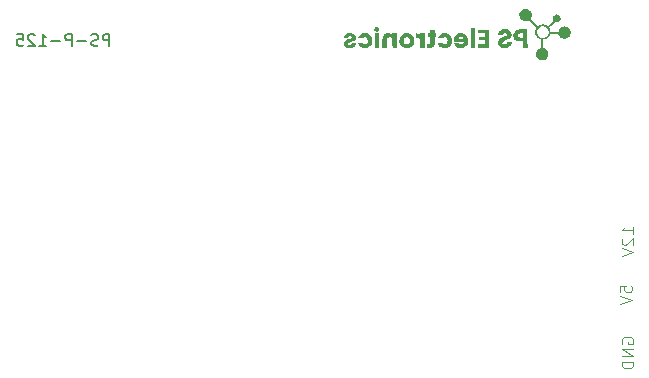
<source format=gbr>
%TF.GenerationSoftware,KiCad,Pcbnew,8.0.7*%
%TF.CreationDate,2025-08-08T15:29:20+05:30*%
%TF.ProjectId,power board_v1,706f7765-7220-4626-9f61-72645f76312e,rev?*%
%TF.SameCoordinates,Original*%
%TF.FileFunction,Legend,Bot*%
%TF.FilePolarity,Positive*%
%FSLAX46Y46*%
G04 Gerber Fmt 4.6, Leading zero omitted, Abs format (unit mm)*
G04 Created by KiCad (PCBNEW 8.0.7) date 2025-08-08 15:29:20*
%MOMM*%
%LPD*%
G01*
G04 APERTURE LIST*
%ADD10C,0.100000*%
%ADD11C,0.200000*%
%ADD12C,0.000000*%
G04 APERTURE END LIST*
D10*
X94497419Y-59980074D02*
X94497419Y-59503884D01*
X94497419Y-59503884D02*
X94973609Y-59456265D01*
X94973609Y-59456265D02*
X94925990Y-59503884D01*
X94925990Y-59503884D02*
X94878371Y-59599122D01*
X94878371Y-59599122D02*
X94878371Y-59837217D01*
X94878371Y-59837217D02*
X94925990Y-59932455D01*
X94925990Y-59932455D02*
X94973609Y-59980074D01*
X94973609Y-59980074D02*
X95068847Y-60027693D01*
X95068847Y-60027693D02*
X95306942Y-60027693D01*
X95306942Y-60027693D02*
X95402180Y-59980074D01*
X95402180Y-59980074D02*
X95449800Y-59932455D01*
X95449800Y-59932455D02*
X95497419Y-59837217D01*
X95497419Y-59837217D02*
X95497419Y-59599122D01*
X95497419Y-59599122D02*
X95449800Y-59503884D01*
X95449800Y-59503884D02*
X95402180Y-59456265D01*
X94497419Y-60313408D02*
X95497419Y-60646741D01*
X95497419Y-60646741D02*
X94497419Y-60980074D01*
X94695038Y-64377693D02*
X94647419Y-64282455D01*
X94647419Y-64282455D02*
X94647419Y-64139598D01*
X94647419Y-64139598D02*
X94695038Y-63996741D01*
X94695038Y-63996741D02*
X94790276Y-63901503D01*
X94790276Y-63901503D02*
X94885514Y-63853884D01*
X94885514Y-63853884D02*
X95075990Y-63806265D01*
X95075990Y-63806265D02*
X95218847Y-63806265D01*
X95218847Y-63806265D02*
X95409323Y-63853884D01*
X95409323Y-63853884D02*
X95504561Y-63901503D01*
X95504561Y-63901503D02*
X95599800Y-63996741D01*
X95599800Y-63996741D02*
X95647419Y-64139598D01*
X95647419Y-64139598D02*
X95647419Y-64234836D01*
X95647419Y-64234836D02*
X95599800Y-64377693D01*
X95599800Y-64377693D02*
X95552180Y-64425312D01*
X95552180Y-64425312D02*
X95218847Y-64425312D01*
X95218847Y-64425312D02*
X95218847Y-64234836D01*
X95647419Y-64853884D02*
X94647419Y-64853884D01*
X94647419Y-64853884D02*
X95647419Y-65425312D01*
X95647419Y-65425312D02*
X94647419Y-65425312D01*
X95647419Y-65901503D02*
X94647419Y-65901503D01*
X94647419Y-65901503D02*
X94647419Y-66139598D01*
X94647419Y-66139598D02*
X94695038Y-66282455D01*
X94695038Y-66282455D02*
X94790276Y-66377693D01*
X94790276Y-66377693D02*
X94885514Y-66425312D01*
X94885514Y-66425312D02*
X95075990Y-66472931D01*
X95075990Y-66472931D02*
X95218847Y-66472931D01*
X95218847Y-66472931D02*
X95409323Y-66425312D01*
X95409323Y-66425312D02*
X95504561Y-66377693D01*
X95504561Y-66377693D02*
X95599800Y-66282455D01*
X95599800Y-66282455D02*
X95647419Y-66139598D01*
X95647419Y-66139598D02*
X95647419Y-65901503D01*
X95647419Y-55077693D02*
X95647419Y-54506265D01*
X95647419Y-54791979D02*
X94647419Y-54791979D01*
X94647419Y-54791979D02*
X94790276Y-54696741D01*
X94790276Y-54696741D02*
X94885514Y-54601503D01*
X94885514Y-54601503D02*
X94933133Y-54506265D01*
X94742657Y-55458646D02*
X94695038Y-55506265D01*
X94695038Y-55506265D02*
X94647419Y-55601503D01*
X94647419Y-55601503D02*
X94647419Y-55839598D01*
X94647419Y-55839598D02*
X94695038Y-55934836D01*
X94695038Y-55934836D02*
X94742657Y-55982455D01*
X94742657Y-55982455D02*
X94837895Y-56030074D01*
X94837895Y-56030074D02*
X94933133Y-56030074D01*
X94933133Y-56030074D02*
X95075990Y-55982455D01*
X95075990Y-55982455D02*
X95647419Y-55411027D01*
X95647419Y-55411027D02*
X95647419Y-56030074D01*
X94647419Y-56315789D02*
X95647419Y-56649122D01*
X95647419Y-56649122D02*
X94647419Y-56982455D01*
D11*
X51280326Y-39167219D02*
X51280326Y-38167219D01*
X51280326Y-38167219D02*
X50899374Y-38167219D01*
X50899374Y-38167219D02*
X50804136Y-38214838D01*
X50804136Y-38214838D02*
X50756517Y-38262457D01*
X50756517Y-38262457D02*
X50708898Y-38357695D01*
X50708898Y-38357695D02*
X50708898Y-38500552D01*
X50708898Y-38500552D02*
X50756517Y-38595790D01*
X50756517Y-38595790D02*
X50804136Y-38643409D01*
X50804136Y-38643409D02*
X50899374Y-38691028D01*
X50899374Y-38691028D02*
X51280326Y-38691028D01*
X50327945Y-39119600D02*
X50185088Y-39167219D01*
X50185088Y-39167219D02*
X49946993Y-39167219D01*
X49946993Y-39167219D02*
X49851755Y-39119600D01*
X49851755Y-39119600D02*
X49804136Y-39071980D01*
X49804136Y-39071980D02*
X49756517Y-38976742D01*
X49756517Y-38976742D02*
X49756517Y-38881504D01*
X49756517Y-38881504D02*
X49804136Y-38786266D01*
X49804136Y-38786266D02*
X49851755Y-38738647D01*
X49851755Y-38738647D02*
X49946993Y-38691028D01*
X49946993Y-38691028D02*
X50137469Y-38643409D01*
X50137469Y-38643409D02*
X50232707Y-38595790D01*
X50232707Y-38595790D02*
X50280326Y-38548171D01*
X50280326Y-38548171D02*
X50327945Y-38452933D01*
X50327945Y-38452933D02*
X50327945Y-38357695D01*
X50327945Y-38357695D02*
X50280326Y-38262457D01*
X50280326Y-38262457D02*
X50232707Y-38214838D01*
X50232707Y-38214838D02*
X50137469Y-38167219D01*
X50137469Y-38167219D02*
X49899374Y-38167219D01*
X49899374Y-38167219D02*
X49756517Y-38214838D01*
X49327945Y-38786266D02*
X48566041Y-38786266D01*
X48089850Y-39167219D02*
X48089850Y-38167219D01*
X48089850Y-38167219D02*
X47708898Y-38167219D01*
X47708898Y-38167219D02*
X47613660Y-38214838D01*
X47613660Y-38214838D02*
X47566041Y-38262457D01*
X47566041Y-38262457D02*
X47518422Y-38357695D01*
X47518422Y-38357695D02*
X47518422Y-38500552D01*
X47518422Y-38500552D02*
X47566041Y-38595790D01*
X47566041Y-38595790D02*
X47613660Y-38643409D01*
X47613660Y-38643409D02*
X47708898Y-38691028D01*
X47708898Y-38691028D02*
X48089850Y-38691028D01*
X47089850Y-38786266D02*
X46327946Y-38786266D01*
X45327946Y-39167219D02*
X45899374Y-39167219D01*
X45613660Y-39167219D02*
X45613660Y-38167219D01*
X45613660Y-38167219D02*
X45708898Y-38310076D01*
X45708898Y-38310076D02*
X45804136Y-38405314D01*
X45804136Y-38405314D02*
X45899374Y-38452933D01*
X44946993Y-38262457D02*
X44899374Y-38214838D01*
X44899374Y-38214838D02*
X44804136Y-38167219D01*
X44804136Y-38167219D02*
X44566041Y-38167219D01*
X44566041Y-38167219D02*
X44470803Y-38214838D01*
X44470803Y-38214838D02*
X44423184Y-38262457D01*
X44423184Y-38262457D02*
X44375565Y-38357695D01*
X44375565Y-38357695D02*
X44375565Y-38452933D01*
X44375565Y-38452933D02*
X44423184Y-38595790D01*
X44423184Y-38595790D02*
X44994612Y-39167219D01*
X44994612Y-39167219D02*
X44375565Y-39167219D01*
X43470803Y-38167219D02*
X43946993Y-38167219D01*
X43946993Y-38167219D02*
X43994612Y-38643409D01*
X43994612Y-38643409D02*
X43946993Y-38595790D01*
X43946993Y-38595790D02*
X43851755Y-38548171D01*
X43851755Y-38548171D02*
X43613660Y-38548171D01*
X43613660Y-38548171D02*
X43518422Y-38595790D01*
X43518422Y-38595790D02*
X43470803Y-38643409D01*
X43470803Y-38643409D02*
X43423184Y-38738647D01*
X43423184Y-38738647D02*
X43423184Y-38976742D01*
X43423184Y-38976742D02*
X43470803Y-39071980D01*
X43470803Y-39071980D02*
X43518422Y-39119600D01*
X43518422Y-39119600D02*
X43613660Y-39167219D01*
X43613660Y-39167219D02*
X43851755Y-39167219D01*
X43851755Y-39167219D02*
X43946993Y-39119600D01*
X43946993Y-39119600D02*
X43994612Y-39071980D01*
D12*
%TO.C,G\u002A\u002A\u002A*%
G36*
X74089307Y-38719717D02*
G01*
X74089307Y-39333928D01*
X73909768Y-39333928D01*
X73730229Y-39333928D01*
X73730229Y-38719717D01*
X73730229Y-38105506D01*
X73909768Y-38105506D01*
X74089307Y-38105506D01*
X74089307Y-38719717D01*
G37*
G36*
X82234693Y-38511830D02*
G01*
X82234693Y-39333928D01*
X82055155Y-39333928D01*
X81875616Y-39333928D01*
X81875616Y-38511830D01*
X81875616Y-37689732D01*
X82055155Y-37689732D01*
X82234693Y-37689732D01*
X82234693Y-38511830D01*
G37*
G36*
X74005367Y-37575353D02*
G01*
X74076605Y-37622227D01*
X74102127Y-37649818D01*
X74121948Y-37693344D01*
X74127104Y-37756429D01*
X74124550Y-37804557D01*
X74108730Y-37853718D01*
X74071862Y-37899072D01*
X74055995Y-37914268D01*
X74019369Y-37939965D01*
X73975561Y-37951590D01*
X73909355Y-37954315D01*
X73871435Y-37953760D01*
X73820199Y-37947531D01*
X73783798Y-37929958D01*
X73747261Y-37895620D01*
X73703716Y-37830111D01*
X73689846Y-37761028D01*
X73703500Y-37695755D01*
X73739557Y-37638544D01*
X73792894Y-37593646D01*
X73858390Y-37565314D01*
X73930921Y-37557799D01*
X74005367Y-37575353D01*
G37*
G36*
X83425318Y-38559077D02*
G01*
X83425318Y-39333928D01*
X82952848Y-39333928D01*
X82480378Y-39333928D01*
X82480378Y-39182738D01*
X82480378Y-39031547D01*
X82773310Y-39031547D01*
X83066241Y-39031547D01*
X83066241Y-38861458D01*
X83066241Y-38691369D01*
X82811107Y-38691369D01*
X82555973Y-38691369D01*
X82555973Y-38550176D01*
X82555973Y-38408984D01*
X82806382Y-38403710D01*
X83056792Y-38398437D01*
X83056792Y-38237797D01*
X83056792Y-38077157D01*
X82768585Y-38071940D01*
X82480378Y-38066723D01*
X82480378Y-37925475D01*
X82480378Y-37784226D01*
X82952848Y-37784226D01*
X83425318Y-37784226D01*
X83425318Y-38559077D01*
G37*
G36*
X77259582Y-38087022D02*
G01*
X77305756Y-38093203D01*
X77388231Y-38123230D01*
X77471064Y-38171890D01*
X77540593Y-38232126D01*
X77604485Y-38301880D01*
X77604485Y-38203693D01*
X77604485Y-38105506D01*
X77784024Y-38105506D01*
X77963563Y-38105506D01*
X77963563Y-38719717D01*
X77963563Y-39333928D01*
X77784024Y-39333928D01*
X77604485Y-39333928D01*
X77603418Y-39017373D01*
X77603319Y-38997160D01*
X77601011Y-38868561D01*
X77596107Y-38762104D01*
X77588927Y-38682996D01*
X77579795Y-38636442D01*
X77561137Y-38595101D01*
X77510742Y-38538313D01*
X77435299Y-38503153D01*
X77330249Y-38486888D01*
X77207610Y-38479079D01*
X77207610Y-38282843D01*
X77207610Y-38086607D01*
X77259582Y-38087022D01*
G37*
G36*
X78817939Y-37949590D02*
G01*
X78823458Y-38096056D01*
X78894329Y-38101922D01*
X78965199Y-38107787D01*
X78965199Y-38257837D01*
X78965199Y-38407887D01*
X78889604Y-38407887D01*
X78814009Y-38407887D01*
X78814009Y-38732649D01*
X78813987Y-38766573D01*
X78813289Y-38879397D01*
X78811131Y-38962878D01*
X78806861Y-39023759D01*
X78799828Y-39068787D01*
X78789381Y-39104706D01*
X78774870Y-39138261D01*
X78731647Y-39204077D01*
X78648800Y-39270948D01*
X78538289Y-39312795D01*
X78485295Y-39321424D01*
X78408278Y-39328578D01*
X78327365Y-39332030D01*
X78190348Y-39333928D01*
X78190348Y-39174231D01*
X78190348Y-39014535D01*
X78298549Y-39008867D01*
X78347004Y-39004857D01*
X78390365Y-38994092D01*
X78420191Y-38971847D01*
X78438785Y-38932871D01*
X78448452Y-38871909D01*
X78451493Y-38783710D01*
X78450215Y-38663020D01*
X78445482Y-38417336D01*
X78327365Y-38411709D01*
X78209247Y-38406083D01*
X78209247Y-38256696D01*
X78209247Y-38107309D01*
X78327365Y-38101683D01*
X78445482Y-38096056D01*
X78451002Y-37949590D01*
X78456522Y-37803125D01*
X78634470Y-37803125D01*
X78812419Y-37803125D01*
X78817939Y-37949590D01*
G37*
G36*
X86671399Y-38554352D02*
G01*
X86676333Y-39333928D01*
X86487641Y-39333928D01*
X86298948Y-39333928D01*
X86293718Y-39055171D01*
X86288488Y-38776413D01*
X86061702Y-38765937D01*
X85969612Y-38760918D01*
X85892377Y-38753842D01*
X85834846Y-38743582D01*
X85787400Y-38728358D01*
X85740423Y-38706386D01*
X85717582Y-38694148D01*
X85633932Y-38638132D01*
X85573526Y-38571935D01*
X85524674Y-38483482D01*
X85506121Y-38430972D01*
X85488107Y-38323594D01*
X85488170Y-38259177D01*
X85870346Y-38259177D01*
X85870375Y-38303317D01*
X85888325Y-38356035D01*
X85921955Y-38411176D01*
X85967525Y-38445804D01*
X85968702Y-38446238D01*
X86013313Y-38455496D01*
X86080940Y-38462078D01*
X86157427Y-38464583D01*
X86297938Y-38464583D01*
X86297938Y-38275595D01*
X86297938Y-38086607D01*
X86151472Y-38086885D01*
X86093438Y-38088070D01*
X86008466Y-38097381D01*
X85949970Y-38118649D01*
X85910976Y-38155088D01*
X85884514Y-38209910D01*
X85870346Y-38259177D01*
X85488170Y-38259177D01*
X85488220Y-38208682D01*
X85507222Y-38102830D01*
X85525917Y-38056558D01*
X85580855Y-37971752D01*
X85653901Y-37895028D01*
X85733780Y-37839490D01*
X85778078Y-37821247D01*
X85883320Y-37795705D01*
X86022203Y-37778391D01*
X86192613Y-37769531D01*
X86392432Y-37769350D01*
X86666464Y-37774776D01*
X86669634Y-38275595D01*
X86671399Y-38554352D01*
G37*
G36*
X74902554Y-38089280D02*
G01*
X75009603Y-38108699D01*
X75101501Y-38143951D01*
X75167442Y-38191512D01*
X75191748Y-38215730D01*
X75222150Y-38234660D01*
X75237740Y-38220287D01*
X75242134Y-38171651D01*
X75242134Y-38105506D01*
X75421673Y-38105506D01*
X75601211Y-38105506D01*
X75601211Y-38719717D01*
X75601211Y-39333928D01*
X75423041Y-39333928D01*
X75244871Y-39333928D01*
X75238778Y-38941778D01*
X75237681Y-38873449D01*
X75235401Y-38757852D01*
X75232590Y-38671766D01*
X75228638Y-38609610D01*
X75222935Y-38565803D01*
X75214870Y-38534766D01*
X75203832Y-38510918D01*
X75189212Y-38488679D01*
X75148434Y-38446338D01*
X75073674Y-38407935D01*
X74989543Y-38396784D01*
X74906830Y-38413770D01*
X74836322Y-38459775D01*
X74812896Y-38486580D01*
X74790391Y-38524899D01*
X74773904Y-38574263D01*
X74762570Y-38640014D01*
X74755529Y-38727497D01*
X74751916Y-38842053D01*
X74750870Y-38989025D01*
X74750765Y-39333928D01*
X74571226Y-39333928D01*
X74391688Y-39333928D01*
X74391688Y-38901632D01*
X74392267Y-38751409D01*
X74394678Y-38624330D01*
X74399776Y-38524530D01*
X74408415Y-38446610D01*
X74421451Y-38385172D01*
X74439736Y-38334819D01*
X74464126Y-38290152D01*
X74495473Y-38245774D01*
X74542022Y-38197776D01*
X74632062Y-38139833D01*
X74737455Y-38100868D01*
X74845603Y-38086607D01*
X74902554Y-38089280D01*
G37*
G36*
X73114431Y-38109990D02*
G01*
X73226027Y-38153890D01*
X73325232Y-38224015D01*
X73356520Y-38252967D01*
X73428229Y-38337361D01*
X73476620Y-38431112D01*
X73505408Y-38543028D01*
X73518308Y-38681919D01*
X73519481Y-38714109D01*
X73520441Y-38800598D01*
X73515817Y-38865716D01*
X73504186Y-38921940D01*
X73484126Y-38981745D01*
X73481436Y-38988738D01*
X73414184Y-39110073D01*
X73318218Y-39211193D01*
X73199070Y-39287475D01*
X73062274Y-39334294D01*
X72983461Y-39343646D01*
X72878503Y-39343068D01*
X72773707Y-39331882D01*
X72687423Y-39311217D01*
X72665044Y-39302682D01*
X72554426Y-39241257D01*
X72458265Y-39156830D01*
X72384336Y-39057465D01*
X72340411Y-38951227D01*
X72327620Y-38899256D01*
X72522005Y-38899256D01*
X72573003Y-38899313D01*
X72643821Y-38900523D01*
X72689915Y-38904888D01*
X72719801Y-38914439D01*
X72741995Y-38931209D01*
X72765014Y-38957229D01*
X72789031Y-38980678D01*
X72859016Y-39017423D01*
X72937899Y-39027641D01*
X73011507Y-39008389D01*
X73034273Y-38994748D01*
X73095901Y-38931571D01*
X73132366Y-38841986D01*
X73144366Y-38724503D01*
X73140985Y-38650488D01*
X73118044Y-38542100D01*
X73073433Y-38464676D01*
X73007155Y-38418219D01*
X72919211Y-38402732D01*
X72900064Y-38403693D01*
X72829664Y-38422392D01*
X72771087Y-38459331D01*
X72737243Y-38507105D01*
X72730623Y-38519157D01*
X72712620Y-38530002D01*
X72677612Y-38536388D01*
X72618674Y-38539414D01*
X72528881Y-38540178D01*
X72437032Y-38539569D01*
X72374791Y-38535018D01*
X72341671Y-38522429D01*
X72333256Y-38497709D01*
X72345132Y-38456762D01*
X72372883Y-38395493D01*
X72400474Y-38342933D01*
X72481670Y-38236964D01*
X72584707Y-38160363D01*
X72711530Y-38111922D01*
X72864083Y-38090432D01*
X72983502Y-38090303D01*
X73114431Y-38109990D01*
G37*
G36*
X79767115Y-38092972D02*
G01*
X79915610Y-38123345D01*
X80041505Y-38183912D01*
X80145034Y-38274793D01*
X80226431Y-38396106D01*
X80228801Y-38400812D01*
X80261312Y-38494126D01*
X80281595Y-38609327D01*
X80288825Y-38733065D01*
X80282178Y-38851994D01*
X80260827Y-38952763D01*
X80202041Y-39079221D01*
X80112567Y-39188305D01*
X79996299Y-39271367D01*
X79854779Y-39326985D01*
X79809028Y-39337411D01*
X79670617Y-39348358D01*
X79532702Y-39331738D01*
X79403443Y-39289895D01*
X79290998Y-39225171D01*
X79203525Y-39139912D01*
X79202594Y-39138685D01*
X79166017Y-39082845D01*
X79132128Y-39018859D01*
X79107195Y-38959805D01*
X79097491Y-38918761D01*
X79100485Y-38914671D01*
X79132713Y-38906373D01*
X79197140Y-38901102D01*
X79289828Y-38899256D01*
X79338535Y-38899305D01*
X79409497Y-38900484D01*
X79455641Y-38904837D01*
X79485551Y-38914446D01*
X79507813Y-38931395D01*
X79531011Y-38957766D01*
X79548174Y-38976679D01*
X79597326Y-39010438D01*
X79664679Y-39025755D01*
X79740629Y-39022375D01*
X79812560Y-38988161D01*
X79865780Y-38923249D01*
X79898802Y-38829558D01*
X79910140Y-38709006D01*
X79907355Y-38647814D01*
X79884441Y-38542422D01*
X79839143Y-38465631D01*
X79772359Y-38418660D01*
X79684985Y-38402732D01*
X79665838Y-38403693D01*
X79595438Y-38422392D01*
X79536861Y-38459331D01*
X79503017Y-38507105D01*
X79496397Y-38519157D01*
X79478394Y-38530002D01*
X79443386Y-38536388D01*
X79384448Y-38539414D01*
X79294655Y-38540178D01*
X79203653Y-38539576D01*
X79141090Y-38535093D01*
X79107639Y-38522705D01*
X79098859Y-38498387D01*
X79110307Y-38458117D01*
X79137540Y-38397870D01*
X79162947Y-38349131D01*
X79244816Y-38240960D01*
X79349000Y-38162364D01*
X79476884Y-38112477D01*
X79629857Y-38090432D01*
X79767115Y-38092972D01*
G37*
G36*
X77090106Y-38748065D02*
G01*
X77090024Y-38749961D01*
X77075237Y-38890578D01*
X77042327Y-39004763D01*
X76987852Y-39100833D01*
X76908369Y-39187102D01*
X76851834Y-39235627D01*
X76797595Y-39272413D01*
X76737462Y-39299226D01*
X76655814Y-39324569D01*
X76587893Y-39337949D01*
X76472293Y-39344663D01*
X76350788Y-39336940D01*
X76240339Y-39315165D01*
X76208652Y-39303499D01*
X76143884Y-39271646D01*
X76079699Y-39232479D01*
X76035269Y-39199102D01*
X75938270Y-39096767D01*
X75872384Y-38974339D01*
X75837125Y-38830704D01*
X75833440Y-38711198D01*
X76205973Y-38711198D01*
X76218944Y-38817506D01*
X76257163Y-38908272D01*
X76317609Y-38973600D01*
X76348280Y-38992648D01*
X76436357Y-39020678D01*
X76524358Y-39013868D01*
X76605586Y-38973582D01*
X76673342Y-38901185D01*
X76676291Y-38896589D01*
X76704679Y-38823393D01*
X76716696Y-38731465D01*
X76711695Y-38635310D01*
X76689030Y-38549434D01*
X76683335Y-38536986D01*
X76631517Y-38470487D01*
X76559466Y-38426827D01*
X76477004Y-38408456D01*
X76393954Y-38417825D01*
X76320137Y-38457385D01*
X76257833Y-38523271D01*
X76218207Y-38607118D01*
X76205973Y-38711198D01*
X75833440Y-38711198D01*
X75832008Y-38664747D01*
X75838945Y-38593137D01*
X75876163Y-38446812D01*
X75943299Y-38323516D01*
X76040537Y-38222964D01*
X76168061Y-38144872D01*
X76204004Y-38128863D01*
X76253561Y-38111774D01*
X76306970Y-38101826D01*
X76375535Y-38097195D01*
X76470557Y-38096056D01*
X76532864Y-38096448D01*
X76609985Y-38099497D01*
X76666857Y-38107029D01*
X76714314Y-38120760D01*
X76763189Y-38142407D01*
X76789818Y-38156449D01*
X76902031Y-38238179D01*
X76993995Y-38342626D01*
X77057039Y-38460407D01*
X77058598Y-38464570D01*
X77078196Y-38525101D01*
X77088973Y-38583768D01*
X77092439Y-38653709D01*
X77090516Y-38731465D01*
X77090106Y-38748065D01*
G37*
G36*
X81642917Y-38615460D02*
G01*
X81649514Y-38736784D01*
X81642863Y-38852533D01*
X81622138Y-38949403D01*
X81612963Y-38974651D01*
X81544001Y-39102317D01*
X81447379Y-39207705D01*
X81328072Y-39286379D01*
X81191054Y-39333903D01*
X81132897Y-39342168D01*
X81018882Y-39343666D01*
X80900053Y-39330827D01*
X80794708Y-39304986D01*
X80739679Y-39280909D01*
X80642114Y-39215611D01*
X80556406Y-39131440D01*
X80495422Y-39039797D01*
X80480974Y-39008371D01*
X80464631Y-38966136D01*
X80461514Y-38946343D01*
X80470461Y-38944164D01*
X80510406Y-38940668D01*
X80574345Y-38937650D01*
X80653732Y-38935588D01*
X80707965Y-38934949D01*
X80778392Y-38936196D01*
X80824711Y-38941600D01*
X80855609Y-38952490D01*
X80879770Y-38970196D01*
X80916773Y-39000949D01*
X80991393Y-39040954D01*
X81066150Y-39046980D01*
X81148774Y-39020470D01*
X81174646Y-39006360D01*
X81241926Y-38942887D01*
X81281498Y-38853977D01*
X81293851Y-38804762D01*
X80854429Y-38804762D01*
X80415007Y-38804762D01*
X80425440Y-38652547D01*
X80431100Y-38596875D01*
X80795837Y-38596875D01*
X81041812Y-38596875D01*
X81287787Y-38596875D01*
X81268902Y-38542702D01*
X81250556Y-38501335D01*
X81191180Y-38431376D01*
X81105449Y-38388414D01*
X81086688Y-38383654D01*
X80996753Y-38381971D01*
X80915108Y-38412784D01*
X80849611Y-38471706D01*
X80808117Y-38554352D01*
X80795837Y-38596875D01*
X80431100Y-38596875D01*
X80432031Y-38587714D01*
X80466949Y-38442994D01*
X80529722Y-38322077D01*
X80622376Y-38221723D01*
X80746938Y-38138695D01*
X80777109Y-38123872D01*
X80818755Y-38109548D01*
X80869095Y-38101095D01*
X80937820Y-38097077D01*
X81034619Y-38096056D01*
X81114149Y-38096649D01*
X81187511Y-38099878D01*
X81240926Y-38107277D01*
X81284302Y-38120354D01*
X81327551Y-38140616D01*
X81392822Y-38179457D01*
X81504317Y-38276430D01*
X81587938Y-38398437D01*
X81593283Y-38409306D01*
X81623898Y-38501866D01*
X81639805Y-38596875D01*
X81642917Y-38615460D01*
G37*
G36*
X84841053Y-37754934D02*
G01*
X84971454Y-37779048D01*
X85090430Y-37825072D01*
X85191278Y-37892646D01*
X85267290Y-37981409D01*
X85291242Y-38022603D01*
X85312525Y-38073634D01*
X85322299Y-38130040D01*
X85324649Y-38207958D01*
X85323271Y-38256048D01*
X85308096Y-38354692D01*
X85273255Y-38437242D01*
X85215138Y-38507413D01*
X85130134Y-38568918D01*
X85014635Y-38625471D01*
X84865029Y-38680786D01*
X84798181Y-38704377D01*
X84686444Y-38753166D01*
X84610139Y-38802963D01*
X84567683Y-38855386D01*
X84557497Y-38912052D01*
X84578001Y-38974580D01*
X84603740Y-39003596D01*
X84660797Y-39030713D01*
X84730966Y-39040963D01*
X84801544Y-39032959D01*
X84859831Y-39005318D01*
X84861383Y-39004023D01*
X84887110Y-38970866D01*
X84912056Y-38922879D01*
X84937731Y-38861458D01*
X85138403Y-38861458D01*
X85339075Y-38861458D01*
X85328680Y-38938957D01*
X85310101Y-39014231D01*
X85254515Y-39117749D01*
X85169785Y-39207551D01*
X85060821Y-39278831D01*
X84932534Y-39326781D01*
X84902594Y-39333394D01*
X84788682Y-39345586D01*
X84665827Y-39342987D01*
X84548956Y-39326523D01*
X84452994Y-39297115D01*
X84429701Y-39286278D01*
X84315189Y-39212060D01*
X84231701Y-39117569D01*
X84180484Y-39004619D01*
X84162787Y-38875025D01*
X84163814Y-38831603D01*
X84180175Y-38732609D01*
X84220313Y-38651218D01*
X84289217Y-38575611D01*
X84307035Y-38560261D01*
X84341973Y-38534673D01*
X84385356Y-38509471D01*
X84442649Y-38482138D01*
X84519318Y-38450156D01*
X84620830Y-38411008D01*
X84752651Y-38362176D01*
X84780885Y-38351050D01*
X84840052Y-38323154D01*
X84881352Y-38297626D01*
X84898716Y-38278608D01*
X84919788Y-38222762D01*
X84917757Y-38160200D01*
X84891723Y-38107436D01*
X84845476Y-38074687D01*
X84778395Y-38061079D01*
X84709030Y-38072584D01*
X84649089Y-38106936D01*
X84610283Y-38161871D01*
X84588758Y-38218898D01*
X84385014Y-38218898D01*
X84181271Y-38218898D01*
X84181271Y-38171044D01*
X84182064Y-38155363D01*
X84201020Y-38078967D01*
X84239753Y-37998127D01*
X84290942Y-37929006D01*
X84339315Y-37884774D01*
X84448359Y-37817650D01*
X84572800Y-37773875D01*
X84705933Y-37753090D01*
X84841053Y-37754934D01*
G37*
G36*
X71736908Y-38096895D02*
G01*
X71803659Y-38100459D01*
X71852125Y-38108329D01*
X71892043Y-38122083D01*
X71933153Y-38143303D01*
X72000809Y-38189099D01*
X72080142Y-38273516D01*
X72126992Y-38370558D01*
X72139588Y-38475946D01*
X72116159Y-38585401D01*
X72085788Y-38644395D01*
X72035801Y-38698818D01*
X71963520Y-38745226D01*
X71863787Y-38786855D01*
X71731450Y-38826942D01*
X71664492Y-38845977D01*
X71564872Y-38880917D01*
X71500341Y-38915431D01*
X71469187Y-38951031D01*
X71469701Y-38989232D01*
X71500170Y-39031547D01*
X71502130Y-39033447D01*
X71551246Y-39059911D01*
X71614401Y-39068111D01*
X71681352Y-39060336D01*
X71741856Y-39038873D01*
X71785670Y-39006009D01*
X71802551Y-38964030D01*
X71803029Y-38960122D01*
X71814693Y-38948779D01*
X71846406Y-38941709D01*
X71904070Y-38938078D01*
X71993588Y-38937053D01*
X72184624Y-38937053D01*
X72172165Y-38989025D01*
X72154872Y-39041797D01*
X72095375Y-39141509D01*
X72008669Y-39227208D01*
X71901610Y-39292872D01*
X71781054Y-39332480D01*
X71698099Y-39345348D01*
X71567271Y-39347375D01*
X71434007Y-39323680D01*
X71381996Y-39308031D01*
X71268852Y-39253536D01*
X71187659Y-39179306D01*
X71138701Y-39085660D01*
X71122264Y-38972921D01*
X71124836Y-38927102D01*
X71154424Y-38824285D01*
X71217151Y-38739498D01*
X71313082Y-38672666D01*
X71442286Y-38623718D01*
X71462493Y-38618148D01*
X71577802Y-38584983D01*
X71662019Y-38557526D01*
X71720227Y-38533744D01*
X71757507Y-38511604D01*
X71778942Y-38489076D01*
X71794035Y-38459363D01*
X71788546Y-38433997D01*
X71757891Y-38399306D01*
X71756012Y-38397461D01*
X71708294Y-38364591D01*
X71660730Y-38351190D01*
X71641973Y-38352304D01*
X71574458Y-38371798D01*
X71515986Y-38409169D01*
X71480927Y-38456039D01*
X71480886Y-38456145D01*
X71470528Y-38478004D01*
X71454388Y-38491602D01*
X71424464Y-38498894D01*
X71372752Y-38501835D01*
X71291249Y-38502381D01*
X71119190Y-38502381D01*
X71132417Y-38440959D01*
X71133652Y-38435365D01*
X71178966Y-38312356D01*
X71253938Y-38212751D01*
X71358429Y-38136739D01*
X71383544Y-38124279D01*
X71424753Y-38109886D01*
X71475216Y-38101294D01*
X71544435Y-38097138D01*
X71641911Y-38096056D01*
X71642133Y-38096056D01*
X71736908Y-38096895D01*
G37*
G36*
X90330811Y-38048809D02*
G01*
X90330022Y-38083315D01*
X90307446Y-38222278D01*
X90253453Y-38340318D01*
X90167669Y-38438057D01*
X90049719Y-38516118D01*
X90003017Y-38537248D01*
X89871863Y-38570845D01*
X89740435Y-38570569D01*
X89614667Y-38538442D01*
X89500491Y-38476484D01*
X89403840Y-38386716D01*
X89330646Y-38271160D01*
X89311358Y-38227573D01*
X89291789Y-38176949D01*
X89284134Y-38147602D01*
X89281987Y-38142672D01*
X89264471Y-38135283D01*
X89225841Y-38130422D01*
X89161936Y-38127858D01*
X89068592Y-38127361D01*
X88941648Y-38128703D01*
X88599346Y-38133854D01*
X88562809Y-38231843D01*
X88520948Y-38317026D01*
X88438601Y-38423158D01*
X88334442Y-38512554D01*
X88217006Y-38578257D01*
X88094828Y-38613310D01*
X88008280Y-38625690D01*
X88008280Y-38971331D01*
X88008280Y-39316972D01*
X88121673Y-39362489D01*
X88196664Y-39399370D01*
X88299354Y-39478919D01*
X88376078Y-39577142D01*
X88426587Y-39688526D01*
X88450632Y-39807557D01*
X88447963Y-39928722D01*
X88418331Y-40046507D01*
X88361487Y-40155399D01*
X88277181Y-40249883D01*
X88165164Y-40324448D01*
X88156184Y-40328859D01*
X88088523Y-40356092D01*
X88019554Y-40369672D01*
X87931282Y-40373363D01*
X87914404Y-40373174D01*
X87769795Y-40353758D01*
X87645506Y-40302718D01*
X87542224Y-40220443D01*
X87460638Y-40107322D01*
X87431532Y-40049448D01*
X87414184Y-39997035D01*
X87406129Y-39936737D01*
X87404042Y-39853645D01*
X87404034Y-39843346D01*
X87406041Y-39764751D01*
X87414172Y-39707568D01*
X87431787Y-39657065D01*
X87462247Y-39598512D01*
X87478774Y-39571095D01*
X87560221Y-39471344D01*
X87658615Y-39394575D01*
X87765004Y-39348190D01*
X87847640Y-39326089D01*
X87847640Y-38970931D01*
X87847310Y-38862956D01*
X87845844Y-38762409D01*
X87842921Y-38691752D01*
X87838230Y-38646651D01*
X87831463Y-38622770D01*
X87822310Y-38615773D01*
X87804455Y-38613192D01*
X87750183Y-38592983D01*
X87681982Y-38557796D01*
X87610213Y-38513759D01*
X87545239Y-38466999D01*
X87497421Y-38423643D01*
X87472695Y-38394997D01*
X87391278Y-38270764D01*
X87344165Y-38135387D01*
X87329708Y-37989918D01*
X87464861Y-37989918D01*
X87480514Y-38115044D01*
X87528236Y-38234924D01*
X87603265Y-38339146D01*
X87700799Y-38421086D01*
X87816033Y-38474120D01*
X87830374Y-38478183D01*
X87967809Y-38497357D01*
X88098511Y-38481029D01*
X88217814Y-38431075D01*
X88321054Y-38349372D01*
X88403565Y-38237797D01*
X88431064Y-38185241D01*
X88450655Y-38131659D01*
X88459506Y-38072657D01*
X88461413Y-37992113D01*
X88456310Y-37901460D01*
X88431363Y-37799042D01*
X88381095Y-37710760D01*
X88300493Y-37625185D01*
X88282817Y-37609645D01*
X88186734Y-37542618D01*
X88086239Y-37505848D01*
X87968467Y-37494262D01*
X87965195Y-37494255D01*
X87832191Y-37511879D01*
X87712949Y-37561486D01*
X87612031Y-37638585D01*
X87534002Y-37738684D01*
X87483424Y-37857292D01*
X87464861Y-37989918D01*
X87329708Y-37989918D01*
X87328987Y-37982663D01*
X87329594Y-37934595D01*
X87335729Y-37856941D01*
X87351065Y-37792271D01*
X87378769Y-37724142D01*
X87428550Y-37616811D01*
X87115518Y-37305971D01*
X86802485Y-36995131D01*
X86715576Y-37034076D01*
X86611523Y-37065192D01*
X86484884Y-37072278D01*
X86357005Y-37052158D01*
X86238588Y-37006630D01*
X86140336Y-36937491D01*
X86130142Y-36927528D01*
X86049252Y-36821189D01*
X85998199Y-36699377D01*
X85977373Y-36569275D01*
X85987167Y-36438065D01*
X86027973Y-36312931D01*
X86100180Y-36201053D01*
X86127206Y-36171698D01*
X86232681Y-36090854D01*
X86356751Y-36042627D01*
X86500292Y-36026637D01*
X86526775Y-36027055D01*
X86661600Y-36045577D01*
X86776359Y-36093213D01*
X86876962Y-36172248D01*
X86931187Y-36232746D01*
X86985598Y-36321853D01*
X87015208Y-36422613D01*
X87024485Y-36546354D01*
X87023101Y-36627098D01*
X87015944Y-36686885D01*
X86999962Y-36737078D01*
X86972115Y-36791934D01*
X86919094Y-36886325D01*
X87200058Y-37160461D01*
X87220890Y-37180774D01*
X87305686Y-37263158D01*
X87381712Y-37336568D01*
X87444409Y-37396634D01*
X87489223Y-37438986D01*
X87511596Y-37459254D01*
X87525756Y-37467904D01*
X87551225Y-37469404D01*
X87589981Y-37455038D01*
X87651192Y-37422383D01*
X87658142Y-37418483D01*
X87717959Y-37388140D01*
X87772791Y-37369525D01*
X87836895Y-37359018D01*
X87924529Y-37353000D01*
X88037400Y-37351910D01*
X88136693Y-37363659D01*
X88222833Y-37391498D01*
X88307826Y-37438092D01*
X88340158Y-37458467D01*
X88372177Y-37473454D01*
X88394726Y-37469855D01*
X88421219Y-37448956D01*
X88462280Y-37412597D01*
X88569137Y-37317451D01*
X88664617Y-37231680D01*
X88745311Y-37158393D01*
X88807812Y-37100699D01*
X88848711Y-37061708D01*
X88864599Y-37044528D01*
X88864985Y-37043193D01*
X88859409Y-37016122D01*
X88840975Y-36973797D01*
X88826679Y-36937436D01*
X88813102Y-36850660D01*
X88818401Y-36757601D01*
X88842487Y-36675710D01*
X88843223Y-36674174D01*
X88899776Y-36596317D01*
X88981585Y-36534210D01*
X89076909Y-36496812D01*
X89080572Y-36496011D01*
X89184091Y-36490817D01*
X89278353Y-36516960D01*
X89359428Y-36568710D01*
X89423387Y-36640335D01*
X89466299Y-36726106D01*
X89484236Y-36820290D01*
X89473268Y-36917157D01*
X89429465Y-37010977D01*
X89374277Y-37079892D01*
X89315179Y-37123062D01*
X89241384Y-37145700D01*
X89141979Y-37153204D01*
X89132287Y-37153337D01*
X89083655Y-37154228D01*
X89044605Y-37157662D01*
X89009747Y-37166878D01*
X88973692Y-37185117D01*
X88931048Y-37215621D01*
X88876428Y-37261630D01*
X88804440Y-37326385D01*
X88709695Y-37413127D01*
X88643631Y-37472999D01*
X88584433Y-37525465D01*
X88540100Y-37563470D01*
X88517061Y-37581399D01*
X88515530Y-37582360D01*
X88506178Y-37599601D01*
X88514203Y-37633011D01*
X88541320Y-37690283D01*
X88557095Y-37724561D01*
X88584478Y-37804918D01*
X88599342Y-37878935D01*
X88608401Y-37973214D01*
X88943719Y-37973214D01*
X89279037Y-37973214D01*
X89301546Y-37892894D01*
X89310881Y-37863220D01*
X89369112Y-37748513D01*
X89452496Y-37655364D01*
X89555149Y-37585488D01*
X89671182Y-37540600D01*
X89794710Y-37522416D01*
X89919845Y-37532651D01*
X90040701Y-37573020D01*
X90151391Y-37645240D01*
X90190447Y-37681677D01*
X90269488Y-37786581D01*
X90315732Y-37907736D01*
X90324751Y-37992113D01*
X90330811Y-38048809D01*
G37*
%TD*%
M02*

</source>
